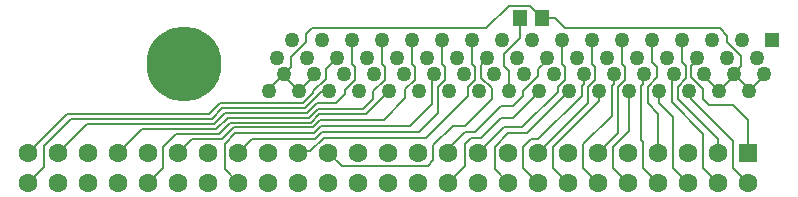
<source format=gtl>
G04*
G04 #@! TF.GenerationSoftware,Altium Limited,Altium Designer,20.2.6 (244)*
G04*
G04 Layer_Physical_Order=1*
G04 Layer_Color=255*
%FSAX24Y24*%
%MOIN*%
G70*
G04*
G04 #@! TF.SameCoordinates,CB3CE92A-2C73-40AF-8568-92EE87018610*
G04*
G04*
G04 #@! TF.FilePolarity,Positive*
G04*
G01*
G75*
%ADD11C,0.0080*%
%ADD13R,0.0512X0.0551*%
%ADD20C,0.0630*%
%ADD21R,0.0630X0.0630*%
%ADD22C,0.0500*%
%ADD23R,0.0500X0.0500*%
%ADD24C,0.2500*%
D11*
X253039Y129168D02*
X253492Y128715D01*
X253039Y130025D02*
X253379Y130365D01*
X253039Y129168D02*
Y130025D01*
X262239Y131265D02*
X262639D01*
X261039Y130415D02*
X261389D01*
X262239Y131265D01*
X260643Y130019D02*
X261039Y130415D01*
X261589Y130215D02*
X262239Y130865D01*
X261039Y130615D02*
X261939Y131515D01*
X261039Y130015D02*
X261239Y130215D01*
X260639Y130615D02*
X261039D01*
X259989Y129965D02*
X260639Y130615D01*
X261239Y130215D02*
X261589D01*
X261939Y131515D02*
Y131865D01*
X261139Y131615D02*
Y131913D01*
X259739Y130215D02*
X261139Y131615D01*
X256339Y130215D02*
X259739D01*
X261139Y131913D02*
X261384Y132158D01*
X265139Y131362D02*
Y131913D01*
X263492Y129715D02*
X265139Y131362D01*
Y131913D02*
X265384Y132158D01*
X264939Y131615D02*
Y131939D01*
X263489Y130165D02*
X264939Y131615D01*
X265014Y132014D02*
Y132345D01*
X264939Y131939D02*
X265014Y132014D01*
X265384Y132158D02*
Y132570D01*
X264989Y129218D02*
X265492Y128715D01*
X264989Y130015D02*
X265929Y130955D01*
X264989Y129218D02*
Y130015D01*
X263989Y129218D02*
X264492Y128715D01*
X263989Y129915D02*
X265514Y131440D01*
X263989Y129218D02*
Y129915D01*
X255542Y129765D02*
X255889D01*
X256339Y130215D01*
X256289Y130415D02*
X259499D01*
X253942Y130165D02*
X256039D01*
X256289Y130415D01*
X251409Y130335D02*
X252829D01*
X250989Y129212D02*
Y129915D01*
X251409Y130335D01*
X247004Y129227D02*
Y129929D01*
X247919Y130845D02*
X252599D01*
X247004Y129929D02*
X247919Y130845D01*
X246492Y129715D02*
X247792Y131015D01*
X252519D01*
X261039Y129262D02*
Y130015D01*
X260492Y128715D02*
X261039Y129262D01*
X262959Y130565D02*
X264139Y131745D01*
X262342Y130565D02*
X262959D01*
X264139Y131745D02*
Y131913D01*
X266909Y130145D02*
X266989Y130065D01*
Y129218D02*
Y130065D01*
X266909Y130145D02*
Y131952D01*
X256492Y129715D02*
X256932Y129275D01*
X259799D02*
X259989Y129465D01*
X256932Y129275D02*
X259799D01*
X256136Y131185D02*
X257659D01*
X257989Y131515D02*
Y131763D01*
X257659Y131185D02*
X257989Y131515D01*
X258339Y130815D02*
X259059Y131535D01*
Y131833D02*
X259384Y132158D01*
X259059Y131535D02*
Y131833D01*
X256245Y130615D02*
X259219D01*
X259939Y131335D02*
Y132270D01*
X259219Y130615D02*
X259939Y131335D01*
X260139Y131055D02*
Y131913D01*
X259499Y130415D02*
X260139Y131055D01*
X262239Y130865D02*
X262639D01*
X269492Y129715D02*
Y130162D01*
X268134Y131520D02*
Y131922D01*
Y131520D02*
X269492Y130162D01*
X267939Y131395D02*
Y132270D01*
X268989Y129218D02*
Y130345D01*
X267939Y131395D02*
X268989Y130345D01*
X266989Y129218D02*
X267492Y128715D01*
X267129Y131375D02*
X267492Y131012D01*
X267129Y131917D02*
X267439Y132227D01*
X267129Y131375D02*
Y131917D01*
X266909Y131952D02*
X266975Y132018D01*
Y132306D02*
X267014Y132345D01*
X266975Y132018D02*
Y132306D01*
X265929Y131929D02*
X266014Y132014D01*
X265929Y130955D02*
Y131929D01*
X251492Y129715D02*
X251942Y130165D01*
X252929D01*
X253329Y130565D01*
X252829Y130335D02*
X253219Y130725D01*
X250282Y130505D02*
X252749D01*
X253129Y130885D01*
X249492Y129715D02*
X250282Y130505D01*
X248452Y130675D02*
X252679D01*
X253049Y131045D01*
X247492Y129715D02*
X248452Y130675D01*
X252599Y130845D02*
X252959Y131205D01*
X252519Y131015D02*
X252869Y131365D01*
X253049Y131045D02*
X255770D01*
X252959Y131205D02*
X255704D01*
X252869Y131365D02*
X255637D01*
X253129Y130885D02*
X255836D01*
X253219Y130725D02*
X255902D01*
X253329Y130565D02*
X255969D01*
X253379Y130365D02*
X255995D01*
X257989Y131763D02*
X258384Y132158D01*
X255836Y130885D02*
X256136Y131185D01*
X257754Y131005D02*
X258514Y131765D01*
X255902Y130725D02*
X256182Y131005D01*
X257754D01*
X257384Y132158D02*
Y132570D01*
X256100Y131375D02*
X256749D01*
X257039Y131665D02*
Y131813D01*
X255770Y131045D02*
X256100Y131375D01*
X256749D02*
X257039Y131665D01*
Y131813D02*
X257384Y132158D01*
X255969Y130565D02*
X256219Y130815D01*
X258339D01*
X255995Y130365D02*
X256245Y130615D01*
X253492Y129715D02*
X253942Y130165D01*
X255637Y131365D02*
X255989Y131717D01*
X255704Y131205D02*
X256264Y131765D01*
X250492Y128715D02*
X250989Y129212D01*
X255989Y131783D02*
X256394Y132188D01*
Y132515D01*
X255989Y131717D02*
Y131783D01*
X256394Y132515D02*
X256764Y132885D01*
X259989Y129465D02*
Y129965D01*
X256264Y131765D02*
X256514D01*
X255492Y129715D02*
X255542Y129765D01*
X261589Y132215D02*
X261939Y131865D01*
X261764Y132803D02*
Y132885D01*
X261589Y132628D02*
X261764Y132803D01*
X261589Y132215D02*
Y132628D01*
X259939Y132270D02*
X260014Y132345D01*
X260139Y131913D02*
X260384Y132158D01*
Y132570D01*
X246492Y128715D02*
X247004Y129227D01*
X261264Y132690D02*
X261384Y132570D01*
X261264Y132690D02*
Y133465D01*
X261384Y132158D02*
Y132570D01*
X260264Y132690D02*
X260384Y132570D01*
X260264Y132690D02*
Y133465D01*
X259264Y132690D02*
X259384Y132570D01*
X259264Y132690D02*
Y133465D01*
X259384Y132158D02*
Y132570D01*
X258264Y132690D02*
X258384Y132570D01*
X258264Y132690D02*
Y133465D01*
X258384Y132158D02*
Y132570D01*
X257264Y132690D02*
Y133465D01*
Y132690D02*
X257384Y132570D01*
X262989Y131765D02*
X263489Y132265D01*
Y132496D02*
X263764Y132771D01*
X263489Y132265D02*
Y132496D01*
X263764Y132771D02*
Y132885D01*
X263514Y131740D02*
Y131765D01*
X262639Y130865D02*
X263514Y131740D01*
X262639Y131265D02*
X262989Y131615D01*
X260492Y129715D02*
Y129864D01*
X260643Y130015D01*
Y130019D01*
X262989Y131615D02*
Y131765D01*
Y129218D02*
X263492Y128715D01*
X262989Y129915D02*
X263239Y130165D01*
X262989Y129218D02*
Y129915D01*
X263239Y130165D02*
X263489D01*
X262489Y130365D02*
X263114D01*
X264514Y131765D01*
X262039Y129915D02*
X262489Y130365D01*
X262039Y129168D02*
Y129915D01*
Y129168D02*
X262492Y128715D01*
X265514Y131440D02*
Y131765D01*
X261492Y129715D02*
X262342Y130565D01*
X264264Y132690D02*
X264384Y132570D01*
X264264Y132690D02*
Y133465D01*
X264384Y132158D02*
Y132570D01*
X264139Y131913D02*
X264384Y132158D01*
X265264Y132690D02*
X265384Y132570D01*
X265264Y132690D02*
Y133465D01*
X265492Y128715D02*
Y128715D01*
X266014Y132014D02*
Y132345D01*
X266139Y130362D02*
Y131913D01*
X266384Y132158D01*
Y132570D01*
X266264Y132690D02*
Y133465D01*
Y132690D02*
X266384Y132570D01*
X265492Y129715D02*
X266139Y130362D01*
X266514Y130440D02*
Y131765D01*
X265989Y129218D02*
Y129915D01*
X266514Y130440D01*
X265989Y129218D02*
X266492Y128715D01*
X267989Y129218D02*
X268492Y128715D01*
X267989Y129218D02*
Y130915D01*
X267514Y131390D02*
X267989Y130915D01*
X267514Y131390D02*
Y131765D01*
X270014Y132345D02*
Y132378D01*
X268764Y132801D02*
Y132885D01*
X254514Y131845D02*
X255014Y132345D01*
X268989Y131515D02*
Y131827D01*
X268589Y132626D02*
X268764Y132801D01*
X268671Y132145D02*
X268671D01*
X269539Y133865D02*
X269789Y133615D01*
X255739Y133665D02*
X255939Y133865D01*
X268989Y131515D02*
X269189Y131315D01*
X268589Y132227D02*
Y132626D01*
X268671Y132145D02*
X268989Y131827D01*
X270014Y132378D02*
X270239Y132603D01*
X268589Y132227D02*
X268671Y132145D01*
X268134Y131922D02*
X268409Y132197D01*
X263207Y134621D02*
X263613Y134215D01*
X268264Y132740D02*
X268409Y132595D01*
X270014Y132265D02*
Y132345D01*
X270514Y131845D01*
X269014Y132265D02*
Y132345D01*
X271014Y132265D02*
Y132345D01*
X269514Y131765D02*
X270014Y132265D01*
X269014D02*
X269514Y131765D01*
X270514Y131765D02*
X271014Y132265D01*
X270514Y131765D02*
Y131845D01*
X262339Y132615D02*
X262514Y132440D01*
Y131765D02*
Y132440D01*
X262339Y133003D02*
X262865Y133529D01*
Y134215D01*
X269789Y133397D02*
X270239Y132947D01*
X269789Y133397D02*
Y133615D01*
X255014Y132345D02*
X255239Y132570D01*
Y132902D02*
X255739Y133402D01*
X270492Y129715D02*
Y130812D01*
X268264Y132740D02*
Y133465D01*
X269989Y131315D02*
X270492Y130812D01*
X268989Y129218D02*
X269492Y128715D01*
X254514Y131765D02*
Y131845D01*
X268514Y131765D02*
X268591Y131688D01*
Y131513D02*
Y131688D01*
X264039Y134215D02*
X264389Y133865D01*
X262339Y132615D02*
Y133003D01*
X255239Y132570D02*
Y132902D01*
X255514Y131765D02*
X256014Y132265D01*
Y132345D01*
X269989Y129218D02*
X270492Y128715D01*
X269989Y129218D02*
Y130115D01*
X267939Y132270D02*
X268014Y132345D01*
X268591Y131513D02*
X269989Y130115D01*
X267439Y132227D02*
Y132565D01*
X267492Y129715D02*
Y131012D01*
X267264Y132740D02*
X267439Y132565D01*
X267264Y132740D02*
Y133465D01*
X262495Y134621D02*
X263207D01*
X255939Y133865D02*
X261739D01*
X264389Y133865D02*
X269539Y133865D01*
X268409Y132197D02*
Y132595D01*
X263613Y134215D02*
X264039D01*
X255739Y133402D02*
Y133665D01*
X261739Y133865D02*
X262495Y134621D01*
X269189Y131315D02*
X269989D01*
X255014Y132265D02*
X255514Y131765D01*
X255014Y132265D02*
Y132345D01*
X270239Y132603D02*
Y132947D01*
D13*
X263613Y134215D02*
D03*
X262865D02*
D03*
D20*
X251492Y128715D02*
D03*
X252492D02*
D03*
X253492Y128715D02*
D03*
X254492Y128715D02*
D03*
X251492Y129715D02*
D03*
X252492D02*
D03*
X253492Y129715D02*
D03*
X254492Y129715D02*
D03*
X255492Y128715D02*
D03*
X256492D02*
D03*
X257492D02*
D03*
X258492Y128715D02*
D03*
X255492Y129715D02*
D03*
X256492D02*
D03*
X257492D02*
D03*
X258492Y129715D02*
D03*
X259492Y128715D02*
D03*
Y129715D02*
D03*
X264492Y128715D02*
D03*
Y129715D02*
D03*
X265492Y128715D02*
D03*
X266492D02*
D03*
X265492Y129715D02*
D03*
X266492D02*
D03*
X267492Y128715D02*
D03*
Y129715D02*
D03*
X268492Y128715D02*
D03*
Y129715D02*
D03*
X269492Y128715D02*
D03*
Y129715D02*
D03*
X270492Y128715D02*
D03*
X263492Y129715D02*
D03*
X262492Y129715D02*
D03*
X263492Y128715D02*
D03*
X262492Y128715D02*
D03*
X261492Y129715D02*
D03*
X260492D02*
D03*
Y128715D02*
D03*
X261492D02*
D03*
X246492D02*
D03*
X247492D02*
D03*
X248492D02*
D03*
X249492Y128715D02*
D03*
X246492Y129715D02*
D03*
X247492D02*
D03*
X248492D02*
D03*
X249492Y129715D02*
D03*
X250492Y128715D02*
D03*
Y129715D02*
D03*
D21*
X270492D02*
D03*
D22*
X260514Y131765D02*
D03*
X261514D02*
D03*
X262514D02*
D03*
X263514D02*
D03*
X269514Y131765D02*
D03*
X268514Y131765D02*
D03*
X267514D02*
D03*
X266514D02*
D03*
X265514D02*
D03*
X264514D02*
D03*
X259514D02*
D03*
X258514D02*
D03*
X257514D02*
D03*
X256514D02*
D03*
X255514D02*
D03*
X261014Y132345D02*
D03*
X262014D02*
D03*
X263014D02*
D03*
X264014D02*
D03*
X270014D02*
D03*
X269014D02*
D03*
X268014D02*
D03*
X267014Y132345D02*
D03*
X266014Y132345D02*
D03*
X265014D02*
D03*
X260014D02*
D03*
X259014D02*
D03*
X258014Y132345D02*
D03*
X257014Y132345D02*
D03*
X256014D02*
D03*
X255014D02*
D03*
X270764Y132885D02*
D03*
X271014Y132345D02*
D03*
X270514Y131765D02*
D03*
X261764Y132885D02*
D03*
X260764Y132885D02*
D03*
X262764D02*
D03*
X263764D02*
D03*
X268764D02*
D03*
X267764D02*
D03*
X266764D02*
D03*
X265764Y132885D02*
D03*
X264764Y132885D02*
D03*
X259764D02*
D03*
X258764D02*
D03*
X257764D02*
D03*
X256764Y132885D02*
D03*
X255764Y132885D02*
D03*
X254764D02*
D03*
X269764D02*
D03*
X261264Y133465D02*
D03*
X262264D02*
D03*
X263264D02*
D03*
X264264D02*
D03*
X270264D02*
D03*
X269264D02*
D03*
X268264D02*
D03*
X267264D02*
D03*
X266264D02*
D03*
X265264D02*
D03*
X260264D02*
D03*
X259264D02*
D03*
X258264D02*
D03*
X257264D02*
D03*
X256264D02*
D03*
X255264D02*
D03*
X254514Y131765D02*
D03*
D23*
X271264Y133465D02*
D03*
D24*
X251689Y132665D02*
D03*
M02*

</source>
